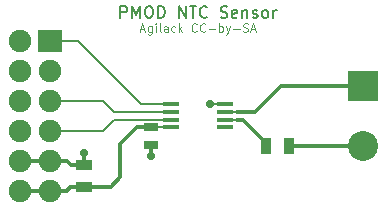
<source format=gtl>
G04 #@! TF.FileFunction,Copper,L1,Top,Signal*
%FSLAX46Y46*%
G04 Gerber Fmt 4.6, Leading zero omitted, Abs format (unit mm)*
G04 Created by KiCad (PCBNEW 4.0.2+dfsg1-stable) date ven. 15 mars 2019 11:09:51 CET*
%MOMM*%
G01*
G04 APERTURE LIST*
%ADD10C,0.100000*%
%ADD11C,0.101600*%
%ADD12C,0.200000*%
%ADD13R,2.000000X1.900000*%
%ADD14C,1.900000*%
%ADD15R,1.397000X0.889000*%
%ADD16R,1.143000X0.635000*%
%ADD17R,0.889000X1.397000*%
%ADD18R,2.540000X2.540000*%
%ADD19C,2.540000*%
%ADD20R,1.350000X0.350000*%
%ADD21C,0.711200*%
%ADD22C,0.203200*%
%ADD23C,0.304800*%
G04 APERTURE END LIST*
D10*
D11*
X143640134Y-97678533D02*
X143978800Y-97678533D01*
X143572400Y-97881733D02*
X143809467Y-97170533D01*
X144046534Y-97881733D01*
X144588400Y-97407600D02*
X144588400Y-97983333D01*
X144554534Y-98051067D01*
X144520667Y-98084933D01*
X144452934Y-98118800D01*
X144351334Y-98118800D01*
X144283600Y-98084933D01*
X144588400Y-97847867D02*
X144520667Y-97881733D01*
X144385200Y-97881733D01*
X144317467Y-97847867D01*
X144283600Y-97814000D01*
X144249734Y-97746267D01*
X144249734Y-97543067D01*
X144283600Y-97475333D01*
X144317467Y-97441467D01*
X144385200Y-97407600D01*
X144520667Y-97407600D01*
X144588400Y-97441467D01*
X144927067Y-97881733D02*
X144927067Y-97407600D01*
X144927067Y-97170533D02*
X144893201Y-97204400D01*
X144927067Y-97238267D01*
X144960934Y-97204400D01*
X144927067Y-97170533D01*
X144927067Y-97238267D01*
X145367334Y-97881733D02*
X145299601Y-97847867D01*
X145265734Y-97780133D01*
X145265734Y-97170533D01*
X145943067Y-97881733D02*
X145943067Y-97509200D01*
X145909201Y-97441467D01*
X145841467Y-97407600D01*
X145706001Y-97407600D01*
X145638267Y-97441467D01*
X145943067Y-97847867D02*
X145875334Y-97881733D01*
X145706001Y-97881733D01*
X145638267Y-97847867D01*
X145604401Y-97780133D01*
X145604401Y-97712400D01*
X145638267Y-97644667D01*
X145706001Y-97610800D01*
X145875334Y-97610800D01*
X145943067Y-97576933D01*
X146586534Y-97847867D02*
X146518801Y-97881733D01*
X146383334Y-97881733D01*
X146315601Y-97847867D01*
X146281734Y-97814000D01*
X146247868Y-97746267D01*
X146247868Y-97543067D01*
X146281734Y-97475333D01*
X146315601Y-97441467D01*
X146383334Y-97407600D01*
X146518801Y-97407600D01*
X146586534Y-97441467D01*
X146891334Y-97881733D02*
X146891334Y-97170533D01*
X146959068Y-97610800D02*
X147162268Y-97881733D01*
X147162268Y-97407600D02*
X146891334Y-97678533D01*
X148415334Y-97814000D02*
X148381468Y-97847867D01*
X148279868Y-97881733D01*
X148212134Y-97881733D01*
X148110534Y-97847867D01*
X148042801Y-97780133D01*
X148008934Y-97712400D01*
X147975068Y-97576933D01*
X147975068Y-97475333D01*
X148008934Y-97339867D01*
X148042801Y-97272133D01*
X148110534Y-97204400D01*
X148212134Y-97170533D01*
X148279868Y-97170533D01*
X148381468Y-97204400D01*
X148415334Y-97238267D01*
X149126534Y-97814000D02*
X149092668Y-97847867D01*
X148991068Y-97881733D01*
X148923334Y-97881733D01*
X148821734Y-97847867D01*
X148754001Y-97780133D01*
X148720134Y-97712400D01*
X148686268Y-97576933D01*
X148686268Y-97475333D01*
X148720134Y-97339867D01*
X148754001Y-97272133D01*
X148821734Y-97204400D01*
X148923334Y-97170533D01*
X148991068Y-97170533D01*
X149092668Y-97204400D01*
X149126534Y-97238267D01*
X149431334Y-97610800D02*
X149973201Y-97610800D01*
X150311867Y-97881733D02*
X150311867Y-97170533D01*
X150311867Y-97441467D02*
X150379601Y-97407600D01*
X150515067Y-97407600D01*
X150582801Y-97441467D01*
X150616667Y-97475333D01*
X150650534Y-97543067D01*
X150650534Y-97746267D01*
X150616667Y-97814000D01*
X150582801Y-97847867D01*
X150515067Y-97881733D01*
X150379601Y-97881733D01*
X150311867Y-97847867D01*
X150887601Y-97407600D02*
X151056934Y-97881733D01*
X151226268Y-97407600D02*
X151056934Y-97881733D01*
X150989201Y-98051067D01*
X150955334Y-98084933D01*
X150887601Y-98118800D01*
X151497201Y-97610800D02*
X152039068Y-97610800D01*
X152343868Y-97847867D02*
X152445468Y-97881733D01*
X152614801Y-97881733D01*
X152682534Y-97847867D01*
X152716401Y-97814000D01*
X152750268Y-97746267D01*
X152750268Y-97678533D01*
X152716401Y-97610800D01*
X152682534Y-97576933D01*
X152614801Y-97543067D01*
X152479334Y-97509200D01*
X152411601Y-97475333D01*
X152377734Y-97441467D01*
X152343868Y-97373733D01*
X152343868Y-97306000D01*
X152377734Y-97238267D01*
X152411601Y-97204400D01*
X152479334Y-97170533D01*
X152648668Y-97170533D01*
X152750268Y-97204400D01*
X153021201Y-97678533D02*
X153359867Y-97678533D01*
X152953467Y-97881733D02*
X153190534Y-97170533D01*
X153427601Y-97881733D01*
D12*
X141952380Y-96712381D02*
X141952380Y-95712381D01*
X142333333Y-95712381D01*
X142428571Y-95760000D01*
X142476190Y-95807619D01*
X142523809Y-95902857D01*
X142523809Y-96045714D01*
X142476190Y-96140952D01*
X142428571Y-96188571D01*
X142333333Y-96236190D01*
X141952380Y-96236190D01*
X142952380Y-96712381D02*
X142952380Y-95712381D01*
X143285714Y-96426667D01*
X143619047Y-95712381D01*
X143619047Y-96712381D01*
X144285713Y-95712381D02*
X144476190Y-95712381D01*
X144571428Y-95760000D01*
X144666666Y-95855238D01*
X144714285Y-96045714D01*
X144714285Y-96379048D01*
X144666666Y-96569524D01*
X144571428Y-96664762D01*
X144476190Y-96712381D01*
X144285713Y-96712381D01*
X144190475Y-96664762D01*
X144095237Y-96569524D01*
X144047618Y-96379048D01*
X144047618Y-96045714D01*
X144095237Y-95855238D01*
X144190475Y-95760000D01*
X144285713Y-95712381D01*
X145142856Y-96712381D02*
X145142856Y-95712381D01*
X145380951Y-95712381D01*
X145523809Y-95760000D01*
X145619047Y-95855238D01*
X145666666Y-95950476D01*
X145714285Y-96140952D01*
X145714285Y-96283810D01*
X145666666Y-96474286D01*
X145619047Y-96569524D01*
X145523809Y-96664762D01*
X145380951Y-96712381D01*
X145142856Y-96712381D01*
X146904761Y-96712381D02*
X146904761Y-95712381D01*
X147476190Y-96712381D01*
X147476190Y-95712381D01*
X147809523Y-95712381D02*
X148380952Y-95712381D01*
X148095237Y-96712381D02*
X148095237Y-95712381D01*
X149285714Y-96617143D02*
X149238095Y-96664762D01*
X149095238Y-96712381D01*
X149000000Y-96712381D01*
X148857142Y-96664762D01*
X148761904Y-96569524D01*
X148714285Y-96474286D01*
X148666666Y-96283810D01*
X148666666Y-96140952D01*
X148714285Y-95950476D01*
X148761904Y-95855238D01*
X148857142Y-95760000D01*
X149000000Y-95712381D01*
X149095238Y-95712381D01*
X149238095Y-95760000D01*
X149285714Y-95807619D01*
X150428571Y-96664762D02*
X150571428Y-96712381D01*
X150809524Y-96712381D01*
X150904762Y-96664762D01*
X150952381Y-96617143D01*
X151000000Y-96521905D01*
X151000000Y-96426667D01*
X150952381Y-96331429D01*
X150904762Y-96283810D01*
X150809524Y-96236190D01*
X150619047Y-96188571D01*
X150523809Y-96140952D01*
X150476190Y-96093333D01*
X150428571Y-95998095D01*
X150428571Y-95902857D01*
X150476190Y-95807619D01*
X150523809Y-95760000D01*
X150619047Y-95712381D01*
X150857143Y-95712381D01*
X151000000Y-95760000D01*
X151809524Y-96664762D02*
X151714286Y-96712381D01*
X151523809Y-96712381D01*
X151428571Y-96664762D01*
X151380952Y-96569524D01*
X151380952Y-96188571D01*
X151428571Y-96093333D01*
X151523809Y-96045714D01*
X151714286Y-96045714D01*
X151809524Y-96093333D01*
X151857143Y-96188571D01*
X151857143Y-96283810D01*
X151380952Y-96379048D01*
X152285714Y-96045714D02*
X152285714Y-96712381D01*
X152285714Y-96140952D02*
X152333333Y-96093333D01*
X152428571Y-96045714D01*
X152571429Y-96045714D01*
X152666667Y-96093333D01*
X152714286Y-96188571D01*
X152714286Y-96712381D01*
X153142857Y-96664762D02*
X153238095Y-96712381D01*
X153428571Y-96712381D01*
X153523810Y-96664762D01*
X153571429Y-96569524D01*
X153571429Y-96521905D01*
X153523810Y-96426667D01*
X153428571Y-96379048D01*
X153285714Y-96379048D01*
X153190476Y-96331429D01*
X153142857Y-96236190D01*
X153142857Y-96188571D01*
X153190476Y-96093333D01*
X153285714Y-96045714D01*
X153428571Y-96045714D01*
X153523810Y-96093333D01*
X154142857Y-96712381D02*
X154047619Y-96664762D01*
X154000000Y-96617143D01*
X153952381Y-96521905D01*
X153952381Y-96236190D01*
X154000000Y-96140952D01*
X154047619Y-96093333D01*
X154142857Y-96045714D01*
X154285715Y-96045714D01*
X154380953Y-96093333D01*
X154428572Y-96140952D01*
X154476191Y-96236190D01*
X154476191Y-96521905D01*
X154428572Y-96617143D01*
X154380953Y-96664762D01*
X154285715Y-96712381D01*
X154142857Y-96712381D01*
X154904762Y-96712381D02*
X154904762Y-96045714D01*
X154904762Y-96236190D02*
X154952381Y-96140952D01*
X155000000Y-96093333D01*
X155095238Y-96045714D01*
X155190477Y-96045714D01*
D13*
X136030000Y-98650000D03*
D14*
X136030000Y-101190000D03*
X136030000Y-103730000D03*
X136030000Y-106270000D03*
X136030000Y-108810000D03*
X136030000Y-111350000D03*
X133490000Y-98650000D03*
X133490000Y-101190000D03*
X133490000Y-103730000D03*
X133490000Y-106270000D03*
X133490000Y-108810000D03*
X133490000Y-111350000D03*
D15*
X138830000Y-111032500D03*
X138830000Y-109127500D03*
D16*
X144510000Y-105978000D03*
X144510000Y-107502000D03*
D17*
X154297500Y-107540000D03*
X156202500Y-107540000D03*
D18*
X162470000Y-102460000D03*
D19*
X162470000Y-107540000D03*
D20*
X150800000Y-104675000D03*
X150800000Y-105325000D03*
X150800000Y-105975000D03*
X150800000Y-104025000D03*
X146200000Y-104025000D03*
X146200000Y-104675000D03*
X146200000Y-105325000D03*
X146200000Y-105975000D03*
D21*
X149540000Y-104020000D03*
X144510000Y-108400000D03*
X138830000Y-108110000D03*
D22*
X149895000Y-104025000D02*
X149890000Y-104020000D01*
X149890000Y-104020000D02*
X149540000Y-104020000D01*
X149895000Y-104025000D02*
X150800000Y-104025000D01*
D23*
X144510000Y-107502000D02*
X144510000Y-108400000D01*
X138830000Y-108110000D02*
X138830000Y-109127500D01*
X136030000Y-108810000D02*
X137420000Y-108810000D01*
X137737500Y-109127500D02*
X138830000Y-109127500D01*
X137420000Y-108810000D02*
X137737500Y-109127500D01*
X133490000Y-108810000D02*
X136030000Y-108810000D01*
D22*
X144510000Y-105978000D02*
X146197000Y-105978000D01*
X146197000Y-105978000D02*
X146200000Y-105975000D01*
D23*
X144510000Y-105978000D02*
X143392000Y-105978000D01*
X141147500Y-111032500D02*
X138830000Y-111032500D01*
X141960000Y-110220000D02*
X141147500Y-111032500D01*
X141960000Y-107410000D02*
X141960000Y-110220000D01*
X143392000Y-105978000D02*
X141960000Y-107410000D01*
D22*
X144513000Y-105975000D02*
X144510000Y-105978000D01*
D23*
X136030000Y-111350000D02*
X137410000Y-111350000D01*
X137410000Y-111350000D02*
X137727500Y-111032500D01*
X137727500Y-111032500D02*
X138830000Y-111032500D01*
X133490000Y-111350000D02*
X136030000Y-111350000D01*
D22*
X146200000Y-104025000D02*
X143705000Y-104025000D01*
X143705000Y-104025000D02*
X138330000Y-98650000D01*
X138330000Y-98650000D02*
X136030000Y-98650000D01*
X146200000Y-104675000D02*
X141445000Y-104675000D01*
X140500000Y-103730000D02*
X141445000Y-104675000D01*
X140500000Y-103730000D02*
X136030000Y-103730000D01*
X146200000Y-105325000D02*
X141445000Y-105325000D01*
X140500000Y-106270000D02*
X141445000Y-105325000D01*
X140500000Y-106270000D02*
X136030000Y-106270000D01*
X150800000Y-105325000D02*
X151855000Y-105325000D01*
D23*
X152335000Y-105325000D02*
X154297500Y-107287500D01*
X151855000Y-105325000D02*
X152335000Y-105325000D01*
X154297500Y-107287500D02*
X154297500Y-107540000D01*
X154297500Y-107287500D02*
X154297500Y-107540000D01*
X162470000Y-107540000D02*
X156202500Y-107540000D01*
D22*
X150800000Y-104675000D02*
X151855000Y-104675000D01*
D23*
X153315000Y-104675000D02*
X155530000Y-102460000D01*
X155530000Y-102460000D02*
X162470000Y-102460000D01*
X151855000Y-104675000D02*
X153315000Y-104675000D01*
M02*

</source>
